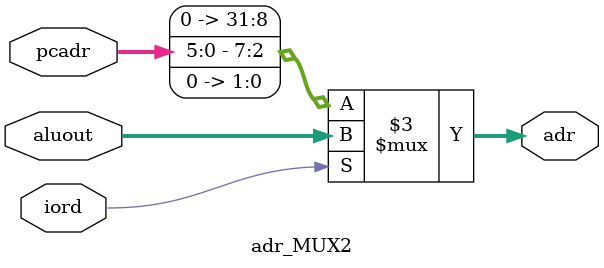
<source format=v>
`timescale 1ns / 1ps


module adr_MUX2(
    input [5:0] pcadr,
    input [31:0] aluout,
    input iord,
    output reg [31:0] adr 
    );
    
    always@(*)
    if(iord)
        adr<=aluout;
    else
        adr<={24'h000000,pcadr,2'b00};
    
endmodule

</source>
